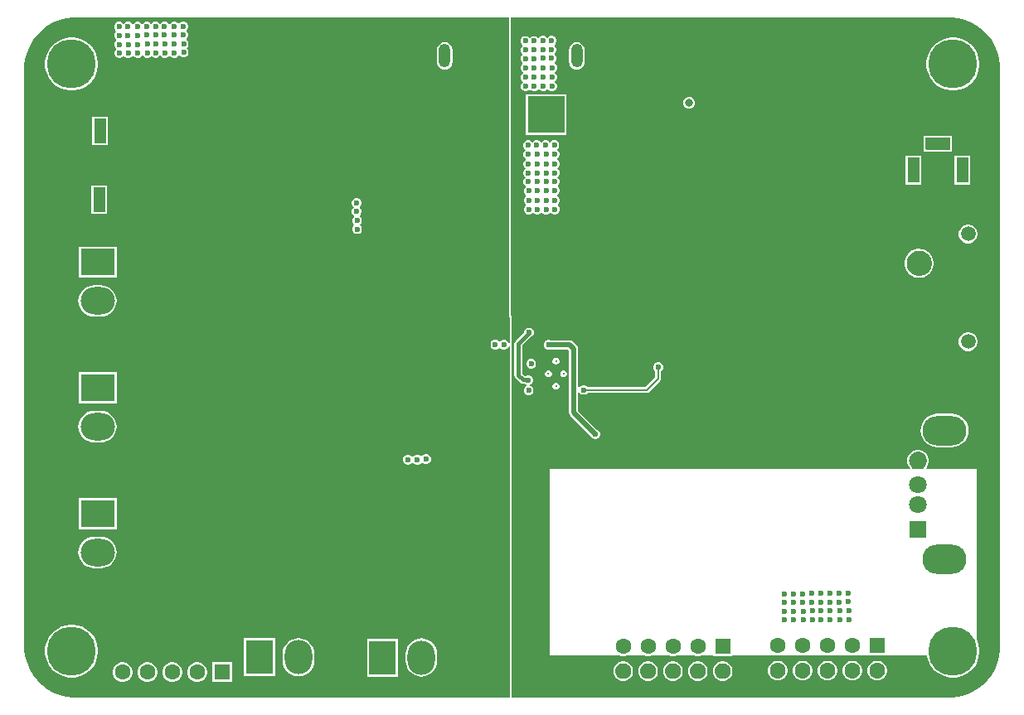
<source format=gbr>
%TF.GenerationSoftware,Altium Limited,Altium Designer,22.5.1 (42)*%
G04 Layer_Physical_Order=3*
G04 Layer_Color=16440176*
%FSLAX44Y44*%
%MOMM*%
%TF.SameCoordinates,B102F14A-A54C-4FC6-BF91-0F17097562DF*%
%TF.FilePolarity,Positive*%
%TF.FileFunction,Copper,L3,Inr,Signal*%
%TF.Part,Single*%
G01*
G75*
%TA.AperFunction,Conductor*%
%ADD30C,0.3810*%
%TA.AperFunction,ComponentPad*%
%ADD32C,2.5500*%
%ADD33C,1.5080*%
%ADD34C,0.3000*%
%ADD35O,3.5000X2.8000*%
%ADD36R,3.5000X2.8000*%
%ADD37R,2.5000X1.2000*%
%ADD38R,1.2000X2.5000*%
%ADD39C,1.6000*%
%ADD40R,1.6000X1.6000*%
%ADD41C,1.8000*%
%ADD42R,1.8000X1.8000*%
%ADD43O,4.5000X3.0000*%
%ADD44C,3.7160*%
%ADD45R,3.7160X3.7160*%
%ADD46O,1.2000X2.4000*%
%ADD47C,5.0000*%
%ADD48O,2.8000X3.5000*%
%ADD49R,2.8000X3.5000*%
%TA.AperFunction,ViaPad*%
%ADD50C,0.6000*%
%ADD51C,0.8000*%
%TA.AperFunction,Conductor*%
%ADD52C,0.5000*%
%ADD53C,0.2000*%
G36*
X-3289Y43161D02*
Y42961D01*
X-3250Y42763D01*
X-3250Y42562D01*
X-3191Y42420D01*
X-3179Y42361D01*
X-3161Y42318D01*
X-3134Y42180D01*
X-3123Y42164D01*
X-3123Y42163D01*
X-3079Y42058D01*
X-3063Y41979D01*
X-2952Y41812D01*
X-2875Y41626D01*
X-2733Y41485D01*
X-2621Y41318D01*
X-2454Y41206D01*
X-2312Y41064D01*
X-2289Y41055D01*
Y14732D01*
X-3559Y14480D01*
X-4178Y15974D01*
X-5585Y17381D01*
X-7422Y18142D01*
X-9412D01*
X-11249Y17381D01*
X-11837Y16793D01*
X-12918Y16229D01*
X-13497Y16793D01*
X-14335Y17631D01*
X-16172Y18392D01*
X-18161D01*
X-19999Y17631D01*
X-21406Y16224D01*
X-22167Y14386D01*
Y12397D01*
X-21406Y10560D01*
X-19999Y9153D01*
X-18161Y8392D01*
X-16172D01*
X-14335Y9153D01*
X-13747Y9741D01*
X-12666Y10304D01*
X-12087Y9741D01*
X-11249Y8903D01*
X-9412Y8142D01*
X-7422D01*
X-5585Y8903D01*
X-4178Y10310D01*
X-3559Y11804D01*
X-2289Y11551D01*
Y-347881D01*
X-448641D01*
X-455524Y-346975D01*
X-462230Y-345178D01*
X-468644Y-342521D01*
X-474657Y-339050D01*
X-480164Y-334824D01*
X-485074Y-329914D01*
X-489300Y-324407D01*
X-492771Y-318395D01*
X-495428Y-311980D01*
X-497225Y-305274D01*
X-498131Y-298391D01*
Y-294920D01*
Y294920D01*
Y298391D01*
X-497225Y305274D01*
X-495428Y311980D01*
X-492771Y318394D01*
X-489300Y324407D01*
X-485074Y329914D01*
X-480164Y334824D01*
X-474657Y339050D01*
X-468644Y342521D01*
X-462230Y345178D01*
X-455524Y346975D01*
X-448641Y347881D01*
X-445170D01*
X-3289Y347881D01*
Y43161D01*
D02*
G37*
G36*
X448641Y347881D02*
X455524Y346975D01*
X462230Y345178D01*
X468644Y342521D01*
X474657Y339050D01*
X480164Y334824D01*
X485074Y329914D01*
X489300Y324407D01*
X492771Y318394D01*
X495428Y311980D01*
X497225Y305274D01*
X498131Y298391D01*
Y294920D01*
Y42760D01*
X498131Y-294920D01*
X498131Y-298391D01*
X497225Y-305274D01*
X495428Y-311980D01*
X492771Y-318394D01*
X489300Y-324407D01*
X485074Y-329915D01*
X480164Y-334824D01*
X474657Y-339050D01*
X468644Y-342521D01*
X462230Y-345178D01*
X455524Y-346975D01*
X448641Y-347881D01*
X-250D01*
Y42760D01*
X-1179D01*
X-1179Y42760D01*
X-1195Y42838D01*
X-1239Y42944D01*
X-1250Y42961D01*
Y43161D01*
Y347881D01*
X445170Y347881D01*
X448641Y347881D01*
D02*
G37*
%LPC*%
G36*
X-334755Y343500D02*
X-336744D01*
X-338582Y342739D01*
X-339813Y341508D01*
X-340266Y341347D01*
X-341334Y341405D01*
X-342418Y342489D01*
X-344255Y343250D01*
X-346245D01*
X-348082Y342489D01*
X-349489Y341082D01*
X-349490Y341079D01*
X-350760D01*
X-350761Y341082D01*
X-352168Y342489D01*
X-354005Y343250D01*
X-355994D01*
X-357832Y342489D01*
X-358813Y341508D01*
X-359625Y341219D01*
X-360437Y341508D01*
X-361418Y342489D01*
X-363255Y343250D01*
X-365244D01*
X-367082Y342489D01*
X-367795Y341776D01*
X-368625Y341180D01*
X-369455Y341776D01*
X-370168Y342489D01*
X-372005Y343250D01*
X-373994D01*
X-375832Y342489D01*
X-377063Y341258D01*
X-377516Y341097D01*
X-378583Y341155D01*
X-379668Y342239D01*
X-381505Y343000D01*
X-383494D01*
X-385332Y342239D01*
X-386739Y340832D01*
X-386740Y340829D01*
X-388010D01*
X-388011Y340832D01*
X-389418Y342239D01*
X-391255Y343000D01*
X-393245D01*
X-395082Y342239D01*
X-396063Y341258D01*
X-396875Y340970D01*
X-397687Y341258D01*
X-398668Y342239D01*
X-400505Y343000D01*
X-402495D01*
X-404332Y342239D01*
X-405739Y340832D01*
X-406500Y338995D01*
Y337005D01*
X-405739Y335168D01*
X-405026Y334455D01*
X-404430Y333625D01*
X-405026Y332795D01*
X-405739Y332082D01*
X-406500Y330245D01*
Y328256D01*
X-405739Y326418D01*
X-404651Y325330D01*
X-404374Y324799D01*
X-404581Y323740D01*
X-405489Y322832D01*
X-406250Y320995D01*
Y319005D01*
X-405489Y317168D01*
X-404776Y316455D01*
X-404180Y315625D01*
X-404776Y314795D01*
X-405489Y314082D01*
X-406250Y312245D01*
Y310255D01*
X-405489Y308418D01*
X-404082Y307011D01*
X-402244Y306250D01*
X-400255D01*
X-398418Y307011D01*
X-397437Y307992D01*
X-396625Y308281D01*
X-395813Y307992D01*
X-394832Y307011D01*
X-392994Y306250D01*
X-391005D01*
X-389168Y307011D01*
X-387761Y308418D01*
X-387760Y308421D01*
X-386490D01*
X-386489Y308418D01*
X-385082Y307011D01*
X-383245Y306250D01*
X-381255D01*
X-379418Y307011D01*
X-378187Y308242D01*
X-377734Y308403D01*
X-376666Y308345D01*
X-375582Y307261D01*
X-373745Y306500D01*
X-371755D01*
X-369918Y307261D01*
X-369205Y307974D01*
X-368375Y308570D01*
X-367545Y307974D01*
X-366832Y307261D01*
X-364995Y306500D01*
X-363005D01*
X-361168Y307261D01*
X-360187Y308242D01*
X-359375Y308530D01*
X-358563Y308242D01*
X-357582Y307261D01*
X-355745Y306500D01*
X-353755D01*
X-351918Y307261D01*
X-350511Y308668D01*
X-350510Y308671D01*
X-349240D01*
X-349239Y308668D01*
X-347832Y307261D01*
X-345994Y306500D01*
X-344005D01*
X-342168Y307261D01*
X-340937Y308492D01*
X-340484Y308653D01*
X-339416Y308595D01*
X-338332Y307511D01*
X-336494Y306750D01*
X-334505D01*
X-332668Y307511D01*
X-331261Y308918D01*
X-330500Y310755D01*
Y312745D01*
X-331261Y314582D01*
X-331974Y315295D01*
X-332570Y316125D01*
X-331974Y316955D01*
X-331261Y317668D01*
X-330500Y319505D01*
Y321494D01*
X-331261Y323332D01*
X-332349Y324420D01*
X-332626Y324952D01*
X-332419Y326010D01*
X-331511Y326918D01*
X-330750Y328755D01*
Y330745D01*
X-331511Y332582D01*
X-332224Y333295D01*
X-332820Y334125D01*
X-332224Y334955D01*
X-331511Y335668D01*
X-330750Y337505D01*
Y339495D01*
X-331511Y341332D01*
X-332918Y342739D01*
X-334755Y343500D01*
D02*
G37*
G36*
X-69000Y322319D02*
X-71088Y322044D01*
X-73035Y321238D01*
X-74706Y319956D01*
X-75988Y318284D01*
X-76794Y316338D01*
X-77069Y314250D01*
Y302250D01*
X-76794Y300162D01*
X-75988Y298216D01*
X-74706Y296544D01*
X-73035Y295262D01*
X-71088Y294456D01*
X-69000Y294181D01*
X-66912Y294456D01*
X-64966Y295262D01*
X-63294Y296544D01*
X-62012Y298216D01*
X-61206Y300162D01*
X-60931Y302250D01*
Y314250D01*
X-61206Y316338D01*
X-62012Y318284D01*
X-63294Y319956D01*
X-64966Y321238D01*
X-66912Y322044D01*
X-69000Y322319D01*
D02*
G37*
G36*
X-447875Y327000D02*
X-452125D01*
X-456323Y326335D01*
X-460364Y325022D01*
X-464151Y323092D01*
X-467589Y320594D01*
X-470594Y317589D01*
X-473092Y314151D01*
X-475022Y310364D01*
X-476335Y306322D01*
X-477000Y302125D01*
Y297875D01*
X-476335Y293678D01*
X-475022Y289636D01*
X-473092Y285849D01*
X-470594Y282411D01*
X-467589Y279406D01*
X-464151Y276908D01*
X-460364Y274978D01*
X-456323Y273665D01*
X-452125Y273000D01*
X-447875D01*
X-443677Y273665D01*
X-439636Y274978D01*
X-435849Y276908D01*
X-432411Y279406D01*
X-429406Y282411D01*
X-426908Y285849D01*
X-424978Y289636D01*
X-423665Y293678D01*
X-423000Y297875D01*
Y302125D01*
X-423665Y306322D01*
X-424978Y310364D01*
X-426908Y314151D01*
X-429406Y317589D01*
X-432411Y320594D01*
X-435849Y323092D01*
X-439636Y325022D01*
X-443677Y326335D01*
X-447875Y327000D01*
D02*
G37*
G36*
X-413000Y246250D02*
X-429000D01*
Y217250D01*
X-413000D01*
Y246250D01*
D02*
G37*
G36*
X-413750Y176000D02*
X-429750D01*
Y147000D01*
X-413750D01*
Y176000D01*
D02*
G37*
G36*
X-157755Y163000D02*
X-159745D01*
X-161582Y162239D01*
X-162989Y160832D01*
X-163750Y158995D01*
Y157005D01*
X-162989Y155168D01*
X-162276Y154455D01*
X-161680Y153625D01*
X-162276Y152795D01*
X-162989Y152082D01*
X-163750Y150245D01*
Y148255D01*
X-162989Y146418D01*
X-161901Y145330D01*
X-161624Y144798D01*
X-161831Y143740D01*
X-162739Y142832D01*
X-163500Y140995D01*
Y139005D01*
X-162739Y137168D01*
X-162026Y136455D01*
X-161430Y135625D01*
X-162026Y134795D01*
X-162739Y134082D01*
X-163500Y132245D01*
Y130255D01*
X-162739Y128418D01*
X-161332Y127011D01*
X-159495Y126250D01*
X-157505D01*
X-155668Y127011D01*
X-154261Y128418D01*
X-153500Y130255D01*
Y132245D01*
X-154261Y134082D01*
X-154974Y134795D01*
X-155570Y135625D01*
X-154974Y136455D01*
X-154261Y137168D01*
X-153500Y139005D01*
Y140995D01*
X-154261Y142832D01*
X-155349Y143920D01*
X-155626Y144452D01*
X-155419Y145510D01*
X-154511Y146418D01*
X-153750Y148255D01*
Y150245D01*
X-154511Y152082D01*
X-155224Y152795D01*
X-155820Y153625D01*
X-155224Y154455D01*
X-154511Y155168D01*
X-153750Y157005D01*
Y158995D01*
X-154511Y160832D01*
X-155918Y162239D01*
X-157755Y163000D01*
D02*
G37*
G36*
X-404000Y113500D02*
X-443000D01*
Y81500D01*
X-404000D01*
Y113500D01*
D02*
G37*
G36*
X-420000Y73977D02*
X-427000D01*
X-430136Y73668D01*
X-433153Y72754D01*
X-435932Y71268D01*
X-438368Y69268D01*
X-440368Y66832D01*
X-441854Y64053D01*
X-442769Y61037D01*
X-443077Y57900D01*
X-442769Y54763D01*
X-441854Y51747D01*
X-440368Y48968D01*
X-438368Y46532D01*
X-435932Y44532D01*
X-433153Y43046D01*
X-430136Y42132D01*
X-427000Y41823D01*
X-420000D01*
X-416864Y42132D01*
X-413847Y43046D01*
X-411068Y44532D01*
X-408632Y46532D01*
X-406632Y48968D01*
X-405146Y51747D01*
X-404231Y54763D01*
X-403923Y57900D01*
X-404231Y61037D01*
X-405146Y64053D01*
X-406632Y66832D01*
X-408632Y69268D01*
X-411068Y71268D01*
X-413847Y72754D01*
X-416864Y73668D01*
X-420000Y73977D01*
D02*
G37*
G36*
X-404000Y-15000D02*
X-443000D01*
Y-47000D01*
X-404000D01*
Y-15000D01*
D02*
G37*
G36*
X-420000Y-54523D02*
X-427000D01*
X-430136Y-54832D01*
X-433153Y-55746D01*
X-435932Y-57232D01*
X-438368Y-59232D01*
X-440368Y-61668D01*
X-441854Y-64447D01*
X-442769Y-67463D01*
X-443077Y-70600D01*
X-442769Y-73737D01*
X-441854Y-76753D01*
X-440368Y-79532D01*
X-438368Y-81968D01*
X-435932Y-83968D01*
X-433153Y-85454D01*
X-430136Y-86369D01*
X-427000Y-86677D01*
X-420000D01*
X-416864Y-86369D01*
X-413847Y-85454D01*
X-411068Y-83968D01*
X-408632Y-81968D01*
X-406632Y-79532D01*
X-405146Y-76753D01*
X-404231Y-73737D01*
X-403923Y-70600D01*
X-404231Y-67463D01*
X-405146Y-64447D01*
X-406632Y-61668D01*
X-408632Y-59232D01*
X-411068Y-57232D01*
X-413847Y-55746D01*
X-416864Y-54832D01*
X-420000Y-54523D01*
D02*
G37*
G36*
X-87005Y-99000D02*
X-88995D01*
X-90832Y-99761D01*
X-91670Y-100599D01*
X-92249Y-101162D01*
X-93330Y-100599D01*
X-93918Y-100011D01*
X-95755Y-99250D01*
X-97745D01*
X-99582Y-100011D01*
X-100989Y-101418D01*
X-100990Y-101421D01*
X-102260D01*
X-102261Y-101418D01*
X-103668Y-100011D01*
X-105505Y-99250D01*
X-107495D01*
X-109332Y-100011D01*
X-110739Y-101418D01*
X-111500Y-103255D01*
Y-105245D01*
X-110739Y-107082D01*
X-109332Y-108489D01*
X-107495Y-109250D01*
X-105505D01*
X-103668Y-108489D01*
X-102261Y-107082D01*
X-102260Y-107079D01*
X-100990D01*
X-100989Y-107082D01*
X-99582Y-108489D01*
X-97745Y-109250D01*
X-95755D01*
X-93918Y-108489D01*
X-93080Y-107651D01*
X-92501Y-107088D01*
X-91420Y-107651D01*
X-90832Y-108239D01*
X-88995Y-109000D01*
X-87005D01*
X-85168Y-108239D01*
X-83761Y-106832D01*
X-83000Y-104995D01*
Y-103005D01*
X-83761Y-101168D01*
X-85168Y-99761D01*
X-87005Y-99000D01*
D02*
G37*
G36*
X-404000Y-143500D02*
X-443000D01*
Y-175500D01*
X-404000D01*
Y-143500D01*
D02*
G37*
G36*
X-420000Y-183023D02*
X-427000D01*
X-430136Y-183332D01*
X-433153Y-184246D01*
X-435932Y-185732D01*
X-438368Y-187731D01*
X-440368Y-190168D01*
X-441854Y-192947D01*
X-442769Y-195963D01*
X-443077Y-199100D01*
X-442769Y-202236D01*
X-441854Y-205252D01*
X-440368Y-208032D01*
X-438368Y-210468D01*
X-435932Y-212468D01*
X-433153Y-213954D01*
X-430136Y-214869D01*
X-427000Y-215177D01*
X-420000D01*
X-416864Y-214869D01*
X-413847Y-213954D01*
X-411068Y-212468D01*
X-408632Y-210468D01*
X-406632Y-208032D01*
X-405146Y-205252D01*
X-404231Y-202236D01*
X-403923Y-199100D01*
X-404231Y-195963D01*
X-405146Y-192947D01*
X-406632Y-190168D01*
X-408632Y-187731D01*
X-411068Y-185732D01*
X-413847Y-184246D01*
X-416864Y-183332D01*
X-420000Y-183023D01*
D02*
G37*
G36*
X-241850Y-286750D02*
X-273850D01*
Y-325750D01*
X-241850D01*
Y-286750D01*
D02*
G37*
G36*
X-218250Y-286673D02*
X-221387Y-286982D01*
X-224403Y-287896D01*
X-227182Y-289382D01*
X-229618Y-291382D01*
X-231618Y-293818D01*
X-233104Y-296597D01*
X-234018Y-299613D01*
X-234327Y-302750D01*
Y-309750D01*
X-234018Y-312887D01*
X-233104Y-315903D01*
X-231618Y-318682D01*
X-229618Y-321119D01*
X-227182Y-323118D01*
X-224403Y-324604D01*
X-221387Y-325518D01*
X-218250Y-325827D01*
X-215114Y-325518D01*
X-212097Y-324604D01*
X-209318Y-323118D01*
X-206882Y-321119D01*
X-204882Y-318682D01*
X-203396Y-315903D01*
X-202481Y-312887D01*
X-202173Y-309750D01*
Y-302750D01*
X-202481Y-299613D01*
X-203396Y-296597D01*
X-204882Y-293818D01*
X-206882Y-291382D01*
X-209318Y-289382D01*
X-212097Y-287896D01*
X-215114Y-286982D01*
X-218250Y-286673D01*
D02*
G37*
G36*
X-116350Y-287000D02*
X-148350D01*
Y-326000D01*
X-116350D01*
Y-287000D01*
D02*
G37*
G36*
X-92750Y-286923D02*
X-95886Y-287232D01*
X-98903Y-288146D01*
X-101682Y-289632D01*
X-104118Y-291632D01*
X-106118Y-294068D01*
X-107604Y-296847D01*
X-108518Y-299863D01*
X-108827Y-303000D01*
Y-310000D01*
X-108518Y-313137D01*
X-107604Y-316153D01*
X-106118Y-318932D01*
X-104118Y-321368D01*
X-101682Y-323368D01*
X-98903Y-324854D01*
X-95886Y-325769D01*
X-92750Y-326077D01*
X-89614Y-325769D01*
X-86597Y-324854D01*
X-83818Y-323368D01*
X-81382Y-321368D01*
X-79382Y-318932D01*
X-77896Y-316153D01*
X-76982Y-313137D01*
X-76673Y-310000D01*
Y-303000D01*
X-76982Y-299863D01*
X-77896Y-296847D01*
X-79382Y-294068D01*
X-81382Y-291632D01*
X-83818Y-289632D01*
X-86597Y-288146D01*
X-89614Y-287232D01*
X-92750Y-286923D01*
D02*
G37*
G36*
X-447875Y-273000D02*
X-452125D01*
X-456323Y-273665D01*
X-460364Y-274978D01*
X-464151Y-276908D01*
X-467589Y-279406D01*
X-470594Y-282411D01*
X-473092Y-285849D01*
X-475022Y-289636D01*
X-476335Y-293678D01*
X-477000Y-297875D01*
Y-302125D01*
X-476335Y-306322D01*
X-475022Y-310364D01*
X-473092Y-314151D01*
X-470594Y-317589D01*
X-467589Y-320594D01*
X-464151Y-323092D01*
X-460364Y-325022D01*
X-456323Y-326335D01*
X-452125Y-327000D01*
X-447875D01*
X-443677Y-326335D01*
X-439636Y-325022D01*
X-435849Y-323092D01*
X-432411Y-320594D01*
X-429406Y-317589D01*
X-426908Y-314151D01*
X-424978Y-310364D01*
X-423665Y-306322D01*
X-423000Y-302125D01*
Y-297875D01*
X-423665Y-293678D01*
X-424978Y-289636D01*
X-426908Y-285849D01*
X-429406Y-282411D01*
X-432411Y-279406D01*
X-435849Y-276908D01*
X-439636Y-274978D01*
X-443677Y-273665D01*
X-447875Y-273000D01*
D02*
G37*
G36*
X-396483Y-311500D02*
X-399117D01*
X-401660Y-312181D01*
X-403940Y-313498D01*
X-405802Y-315360D01*
X-407118Y-317640D01*
X-407800Y-320183D01*
Y-322817D01*
X-407118Y-325360D01*
X-405802Y-327640D01*
X-403940Y-329502D01*
X-401660Y-330818D01*
X-399117Y-331500D01*
X-396483D01*
X-393940Y-330818D01*
X-391660Y-329502D01*
X-389798Y-327640D01*
X-388481Y-325360D01*
X-387800Y-322817D01*
Y-320183D01*
X-388481Y-317640D01*
X-389798Y-315360D01*
X-391660Y-313498D01*
X-393940Y-312181D01*
X-396483Y-311500D01*
D02*
G37*
G36*
X-286200Y-311500D02*
X-306200D01*
Y-331500D01*
X-286200D01*
Y-311500D01*
D02*
G37*
G36*
X-320283D02*
X-322916D01*
X-325460Y-312181D01*
X-327740Y-313498D01*
X-329602Y-315360D01*
X-330919Y-317640D01*
X-331600Y-320183D01*
Y-322817D01*
X-330919Y-325360D01*
X-329602Y-327640D01*
X-327740Y-329502D01*
X-325460Y-330818D01*
X-322916Y-331500D01*
X-320283D01*
X-317740Y-330818D01*
X-315460Y-329502D01*
X-313598Y-327640D01*
X-312281Y-325360D01*
X-311600Y-322817D01*
Y-320183D01*
X-312281Y-317640D01*
X-313598Y-315360D01*
X-315460Y-313498D01*
X-317740Y-312181D01*
X-320283Y-311500D01*
D02*
G37*
G36*
X-345683D02*
X-348316D01*
X-350860Y-312181D01*
X-353140Y-313498D01*
X-355002Y-315360D01*
X-356319Y-317640D01*
X-357000Y-320183D01*
Y-322817D01*
X-356319Y-325360D01*
X-355002Y-327640D01*
X-353140Y-329502D01*
X-350860Y-330818D01*
X-348316Y-331500D01*
X-345683D01*
X-343140Y-330818D01*
X-340860Y-329502D01*
X-338998Y-327640D01*
X-337682Y-325360D01*
X-337000Y-322817D01*
Y-320183D01*
X-337682Y-317640D01*
X-338998Y-315360D01*
X-340860Y-313498D01*
X-343140Y-312181D01*
X-345683Y-311500D01*
D02*
G37*
G36*
X-371083D02*
X-373717D01*
X-376260Y-312181D01*
X-378540Y-313498D01*
X-380402Y-315360D01*
X-381718Y-317640D01*
X-382400Y-320183D01*
Y-322817D01*
X-381718Y-325360D01*
X-380402Y-327640D01*
X-378540Y-329502D01*
X-376260Y-330818D01*
X-373717Y-331500D01*
X-371083D01*
X-368540Y-330818D01*
X-366260Y-329502D01*
X-364398Y-327640D01*
X-363082Y-325360D01*
X-362400Y-322817D01*
Y-320183D01*
X-363082Y-317640D01*
X-364398Y-315360D01*
X-366260Y-313498D01*
X-368540Y-312181D01*
X-371083Y-311500D01*
D02*
G37*
G36*
X41245Y328750D02*
X39255D01*
X37418Y327989D01*
X36705Y327276D01*
X35875Y326680D01*
X35045Y327276D01*
X34332Y327989D01*
X32495Y328750D01*
X30505D01*
X28668Y327989D01*
X27580Y326901D01*
X27048Y326624D01*
X25990Y326831D01*
X25082Y327739D01*
X23245Y328500D01*
X21255D01*
X19418Y327739D01*
X18705Y327026D01*
X17875Y326430D01*
X17045Y327026D01*
X16332Y327739D01*
X14495Y328500D01*
X12505D01*
X10668Y327739D01*
X9261Y326332D01*
X8500Y324495D01*
Y322505D01*
X9261Y320668D01*
X10242Y319687D01*
X10531Y318875D01*
X10242Y318063D01*
X9261Y317082D01*
X8500Y315245D01*
Y313255D01*
X9261Y311418D01*
X9974Y310705D01*
X10570Y309875D01*
X9974Y309045D01*
X9261Y308332D01*
X8500Y306495D01*
Y304505D01*
X9261Y302668D01*
X10492Y301437D01*
X10653Y300984D01*
X10595Y299916D01*
X9511Y298832D01*
X8750Y296995D01*
Y295005D01*
X9511Y293168D01*
X10918Y291761D01*
X10921Y291760D01*
Y290490D01*
X10918Y290489D01*
X9511Y289082D01*
X8750Y287245D01*
Y285255D01*
X9511Y283418D01*
X10492Y282437D01*
X10780Y281625D01*
X10492Y280813D01*
X9511Y279832D01*
X8750Y277994D01*
Y276005D01*
X9511Y274168D01*
X10918Y272761D01*
X12755Y272000D01*
X14744D01*
X16582Y272761D01*
X17295Y273474D01*
X18125Y274070D01*
X18955Y273474D01*
X19668Y272761D01*
X21505Y272000D01*
X23495D01*
X25332Y272761D01*
X26420Y273849D01*
X26951Y274126D01*
X28010Y273919D01*
X28918Y273011D01*
X30755Y272250D01*
X32745D01*
X34582Y273011D01*
X35295Y273724D01*
X36125Y274320D01*
X36955Y273724D01*
X37668Y273011D01*
X39505Y272250D01*
X41495D01*
X43332Y273011D01*
X44739Y274418D01*
X45500Y276255D01*
Y278245D01*
X44739Y280082D01*
X43758Y281063D01*
X43470Y281875D01*
X43758Y282687D01*
X44739Y283668D01*
X45500Y285505D01*
Y287495D01*
X44739Y289332D01*
X43332Y290739D01*
X43329Y290740D01*
Y292010D01*
X43332Y292011D01*
X44739Y293418D01*
X45500Y295255D01*
Y297245D01*
X44739Y299082D01*
X43508Y300313D01*
X43347Y300766D01*
X43405Y301833D01*
X44489Y302918D01*
X45250Y304755D01*
Y306745D01*
X44489Y308582D01*
X43776Y309295D01*
X43180Y310125D01*
X43776Y310955D01*
X44489Y311668D01*
X45250Y313505D01*
Y315495D01*
X44489Y317332D01*
X43508Y318313D01*
X43219Y319125D01*
X43508Y319937D01*
X44489Y320918D01*
X45250Y322756D01*
Y324745D01*
X44489Y326582D01*
X43082Y327989D01*
X41245Y328750D01*
D02*
G37*
G36*
X66000Y322319D02*
X63912Y322044D01*
X61965Y321238D01*
X60294Y319956D01*
X59012Y318284D01*
X58206Y316338D01*
X57931Y314250D01*
Y302250D01*
X58206Y300162D01*
X59012Y298216D01*
X60294Y296544D01*
X61965Y295262D01*
X63912Y294456D01*
X66000Y294181D01*
X68088Y294456D01*
X70034Y295262D01*
X71706Y296544D01*
X72988Y298216D01*
X73794Y300162D01*
X74069Y302250D01*
Y314250D01*
X73794Y316338D01*
X72988Y318284D01*
X71706Y319956D01*
X70034Y321238D01*
X68088Y322044D01*
X66000Y322319D01*
D02*
G37*
G36*
X452125Y327000D02*
X447875D01*
X443677Y326335D01*
X439636Y325022D01*
X435849Y323092D01*
X432411Y320594D01*
X429406Y317589D01*
X426908Y314151D01*
X424978Y310364D01*
X423665Y306322D01*
X423000Y302125D01*
Y297875D01*
X423665Y293678D01*
X424978Y289636D01*
X426908Y285849D01*
X429406Y282411D01*
X432411Y279406D01*
X435849Y276908D01*
X439636Y274978D01*
X443677Y273665D01*
X447875Y273000D01*
X452125D01*
X456323Y273665D01*
X460364Y274978D01*
X464151Y276908D01*
X467589Y279406D01*
X470594Y282411D01*
X473092Y285849D01*
X475022Y289636D01*
X476335Y293678D01*
X477000Y297875D01*
Y302125D01*
X476335Y306322D01*
X475022Y310364D01*
X473092Y314151D01*
X470594Y317589D01*
X467589Y320594D01*
X464151Y323092D01*
X460364Y325022D01*
X456323Y326335D01*
X452125Y327000D01*
D02*
G37*
G36*
X181943Y266250D02*
X179557D01*
X177351Y265337D01*
X175664Y263649D01*
X174750Y261444D01*
Y259056D01*
X175664Y256851D01*
X177351Y255163D01*
X179557Y254250D01*
X181943D01*
X184149Y255163D01*
X185837Y256851D01*
X186750Y259056D01*
Y261444D01*
X185837Y263649D01*
X184149Y265337D01*
X181943Y266250D01*
D02*
G37*
G36*
X55080Y268830D02*
X13920D01*
Y227670D01*
X55080D01*
Y268830D01*
D02*
G37*
G36*
X43995Y222250D02*
X42006D01*
X40168Y221489D01*
X39455Y220776D01*
X38625Y220180D01*
X37795Y220776D01*
X37082Y221489D01*
X35245Y222250D01*
X33256D01*
X31418Y221489D01*
X30330Y220401D01*
X29799Y220124D01*
X28740Y220331D01*
X27832Y221239D01*
X25995Y222000D01*
X24005D01*
X22168Y221239D01*
X21455Y220526D01*
X20625Y219930D01*
X19795Y220526D01*
X19082Y221239D01*
X17245Y222000D01*
X15255D01*
X13418Y221239D01*
X12011Y219832D01*
X11250Y217995D01*
Y216005D01*
X12011Y214168D01*
X13242Y212937D01*
X13403Y212484D01*
X13345Y211416D01*
X12261Y210332D01*
X11500Y208495D01*
Y206505D01*
X12261Y204668D01*
X13668Y203261D01*
X13671Y203260D01*
Y201990D01*
X13668Y201989D01*
X12261Y200582D01*
X11500Y198745D01*
Y196755D01*
X12261Y194918D01*
X13242Y193937D01*
X13530Y193125D01*
X13242Y192313D01*
X12261Y191332D01*
X11500Y189494D01*
Y187505D01*
X12261Y185668D01*
X12974Y184955D01*
X13570Y184125D01*
X12974Y183295D01*
X12261Y182582D01*
X11500Y180744D01*
Y178755D01*
X12261Y176918D01*
X13492Y175687D01*
X13653Y175234D01*
X13595Y174167D01*
X12511Y173082D01*
X11750Y171245D01*
Y169255D01*
X12511Y167418D01*
X13918Y166011D01*
X13921Y166010D01*
Y164740D01*
X13918Y164739D01*
X12511Y163332D01*
X11750Y161495D01*
Y159505D01*
X12511Y157668D01*
X13492Y156687D01*
X13780Y155875D01*
X13492Y155063D01*
X12511Y154082D01*
X11750Y152245D01*
Y150255D01*
X12511Y148418D01*
X13918Y147011D01*
X15755Y146250D01*
X17744D01*
X19582Y147011D01*
X20295Y147724D01*
X21125Y148320D01*
X21955Y147724D01*
X22668Y147011D01*
X24505Y146250D01*
X26495D01*
X28332Y147011D01*
X29420Y148099D01*
X29952Y148376D01*
X31010Y148169D01*
X31918Y147261D01*
X33755Y146500D01*
X35745D01*
X37582Y147261D01*
X38295Y147974D01*
X39125Y148570D01*
X39955Y147974D01*
X40668Y147261D01*
X42505Y146500D01*
X44495D01*
X46332Y147261D01*
X47739Y148668D01*
X48500Y150505D01*
Y152494D01*
X47739Y154332D01*
X46758Y155313D01*
X46469Y156125D01*
X46758Y156937D01*
X47739Y157918D01*
X48500Y159755D01*
Y161745D01*
X47739Y163582D01*
X46332Y164989D01*
X46329Y164990D01*
Y166260D01*
X46332Y166261D01*
X47739Y167668D01*
X48500Y169505D01*
Y171495D01*
X47739Y173332D01*
X46508Y174563D01*
X46347Y175016D01*
X46405Y176084D01*
X47489Y177168D01*
X48250Y179005D01*
Y180995D01*
X47489Y182832D01*
X46776Y183545D01*
X46180Y184375D01*
X46776Y185205D01*
X47489Y185918D01*
X48250Y187755D01*
Y189745D01*
X47489Y191582D01*
X46508Y192563D01*
X46220Y193375D01*
X46508Y194187D01*
X47489Y195168D01*
X48250Y197005D01*
Y198995D01*
X47489Y200832D01*
X46082Y202239D01*
X46079Y202240D01*
Y203510D01*
X46082Y203511D01*
X47489Y204918D01*
X48250Y206755D01*
Y208745D01*
X47489Y210582D01*
X46258Y211813D01*
X46097Y212266D01*
X46155Y213333D01*
X47239Y214418D01*
X48000Y216255D01*
Y218245D01*
X47239Y220082D01*
X45832Y221489D01*
X43995Y222250D01*
D02*
G37*
G36*
X449250Y226500D02*
X420250D01*
Y210500D01*
X449250D01*
Y226500D01*
D02*
G37*
G36*
X467750Y206000D02*
X451750D01*
Y203961D01*
Y179039D01*
Y177000D01*
X467750D01*
Y206000D01*
D02*
G37*
G36*
X417750D02*
X401750D01*
Y177000D01*
X417750D01*
Y206000D01*
D02*
G37*
G36*
X466756Y135790D02*
X464244D01*
X461818Y135140D01*
X459642Y133884D01*
X457866Y132108D01*
X456610Y129932D01*
X455960Y127506D01*
Y124994D01*
X456610Y122568D01*
X457866Y120392D01*
X459642Y118616D01*
X461818Y117360D01*
X464244Y116710D01*
X466756D01*
X469182Y117360D01*
X471358Y118616D01*
X473134Y120392D01*
X474390Y122568D01*
X475040Y124994D01*
Y127506D01*
X474390Y129932D01*
X473134Y132108D01*
X471358Y133884D01*
X469182Y135140D01*
X466756Y135790D01*
D02*
G37*
G36*
X416953Y111000D02*
X414047D01*
X411198Y110433D01*
X408513Y109321D01*
X406097Y107707D01*
X404043Y105653D01*
X403931Y105485D01*
X403931Y105485D01*
X402429Y103237D01*
X401317Y100552D01*
X400750Y97703D01*
Y94797D01*
X401317Y91948D01*
X402429Y89263D01*
X404043Y86847D01*
X406097Y84793D01*
X406264Y84681D01*
X406265Y84681D01*
X408513Y83179D01*
X411198Y82067D01*
X414047Y81500D01*
X416953D01*
X419802Y82067D01*
X422487Y83179D01*
X424903Y84793D01*
X426957Y86847D01*
X427069Y87015D01*
X427069Y87015D01*
X428571Y89263D01*
X429683Y91948D01*
X430250Y94797D01*
Y97703D01*
X429683Y100552D01*
X428571Y103237D01*
X426957Y105653D01*
X424903Y107707D01*
X424735Y107819D01*
X424735Y107819D01*
X422487Y109321D01*
X419802Y110433D01*
X417150Y110961D01*
X416953Y111000D01*
D02*
G37*
G36*
X466756Y25790D02*
X464244D01*
X461818Y25140D01*
X459642Y23884D01*
X457866Y22108D01*
X456610Y19932D01*
X455960Y17506D01*
Y14994D01*
X456610Y12568D01*
X457866Y10392D01*
X459642Y8616D01*
X461818Y7360D01*
X464244Y6710D01*
X466756D01*
X469182Y7360D01*
X471358Y8616D01*
X473134Y10392D01*
X474390Y12568D01*
X475040Y14994D01*
Y17506D01*
X474390Y19932D01*
X473134Y22108D01*
X471358Y23884D01*
X469182Y25140D01*
X466756Y25790D01*
D02*
G37*
G36*
X45446Y-250D02*
X44054D01*
X42767Y-783D01*
X41783Y-1767D01*
X41250Y-3054D01*
Y-4446D01*
X41783Y-5733D01*
X42767Y-6717D01*
X44054Y-7250D01*
X45446D01*
X46733Y-6717D01*
X47717Y-5733D01*
X48250Y-4446D01*
Y-3054D01*
X47717Y-1767D01*
X46733Y-783D01*
X45446Y-250D01*
D02*
G37*
G36*
X20290Y-1366D02*
X18301D01*
X16463Y-2127D01*
X15057Y-3534D01*
X14296Y-5371D01*
Y-7361D01*
X15057Y-9198D01*
X16463Y-10605D01*
X18301Y-11366D01*
X20290D01*
X22128Y-10605D01*
X23535Y-9198D01*
X24296Y-7361D01*
Y-5371D01*
X23535Y-3534D01*
X22128Y-2127D01*
X20290Y-1366D01*
D02*
G37*
G36*
X53196Y-13000D02*
X51804D01*
X50517Y-13533D01*
X49533Y-14517D01*
X49000Y-15804D01*
Y-17196D01*
X49533Y-18483D01*
X50517Y-19467D01*
X51804Y-20000D01*
X53196D01*
X54483Y-19467D01*
X55467Y-18483D01*
X56000Y-17196D01*
Y-15804D01*
X55467Y-14517D01*
X54483Y-13533D01*
X53196Y-13000D01*
D02*
G37*
G36*
X37696D02*
X36304D01*
X35017Y-13533D01*
X34033Y-14517D01*
X33500Y-15804D01*
Y-17196D01*
X34033Y-18483D01*
X35017Y-19467D01*
X36304Y-20000D01*
X37696D01*
X38983Y-19467D01*
X39967Y-18483D01*
X40500Y-17196D01*
Y-15804D01*
X39967Y-14517D01*
X38983Y-13533D01*
X37696Y-13000D01*
D02*
G37*
G36*
X45446Y-25750D02*
X44054D01*
X42767Y-26283D01*
X41783Y-27267D01*
X41250Y-28554D01*
Y-29946D01*
X41783Y-31233D01*
X42767Y-32217D01*
X44054Y-32750D01*
X45446D01*
X46733Y-32217D01*
X47717Y-31233D01*
X48250Y-29946D01*
Y-28554D01*
X47717Y-27267D01*
X46733Y-26283D01*
X45446Y-25750D01*
D02*
G37*
G36*
X38245Y18000D02*
X36255D01*
X34418Y17239D01*
X33011Y15832D01*
X32250Y13995D01*
Y12005D01*
X33011Y10168D01*
X34418Y8761D01*
X36255Y8000D01*
X38245D01*
X39239Y8412D01*
X57099D01*
X58162Y7350D01*
Y-56500D01*
X58511Y-58256D01*
X59506Y-59744D01*
X80099Y-80338D01*
X80511Y-81332D01*
X81918Y-82739D01*
X83755Y-83500D01*
X85745D01*
X87582Y-82739D01*
X88989Y-81332D01*
X89750Y-79495D01*
Y-77505D01*
X88989Y-75668D01*
X87582Y-74261D01*
X86588Y-73849D01*
X67338Y-54599D01*
Y-35715D01*
X68608Y-35463D01*
X68761Y-35832D01*
X70168Y-37239D01*
X72005Y-38000D01*
X73995D01*
X75832Y-37239D01*
X77012Y-36059D01*
X137500D01*
X137500Y-36059D01*
X138671Y-35826D01*
X139663Y-35163D01*
X151163Y-23663D01*
X151163Y-23663D01*
X151826Y-22671D01*
X152059Y-21500D01*
X152059Y-21500D01*
Y-14012D01*
X153239Y-12832D01*
X154000Y-10995D01*
Y-9005D01*
X153239Y-7168D01*
X151832Y-5761D01*
X149995Y-5000D01*
X148005D01*
X146168Y-5761D01*
X144761Y-7168D01*
X144000Y-9005D01*
Y-10995D01*
X144761Y-12832D01*
X145941Y-14012D01*
Y-20233D01*
X136233Y-29941D01*
X77012D01*
X75832Y-28761D01*
X73995Y-28000D01*
X72005D01*
X70168Y-28761D01*
X68761Y-30168D01*
X68608Y-30537D01*
X67338Y-30285D01*
Y9250D01*
X66989Y11006D01*
X65994Y12494D01*
X62244Y16244D01*
X60756Y17239D01*
X59000Y17588D01*
X39239D01*
X38245Y18000D01*
D02*
G37*
G36*
X17995Y30500D02*
X16005D01*
X14168Y29739D01*
X12761Y28332D01*
X12000Y26495D01*
Y25538D01*
X3435Y16973D01*
X2572Y15681D01*
X2269Y14157D01*
Y-17967D01*
X2572Y-19491D01*
X3435Y-20783D01*
X8091Y-25439D01*
X9383Y-26302D01*
X10906Y-26605D01*
X12685D01*
X13362Y-27281D01*
X14672Y-27824D01*
Y-29199D01*
X13918Y-29511D01*
X12511Y-30918D01*
X11750Y-32755D01*
Y-34745D01*
X12511Y-36582D01*
X13918Y-37989D01*
X15755Y-38750D01*
X17745D01*
X19582Y-37989D01*
X20989Y-36582D01*
X21750Y-34745D01*
Y-32755D01*
X20989Y-30918D01*
X19582Y-29511D01*
X18272Y-28968D01*
Y-27594D01*
X19026Y-27281D01*
X20433Y-25875D01*
X21194Y-24037D01*
Y-22048D01*
X20433Y-20210D01*
X19026Y-18804D01*
X17188Y-18043D01*
X15199D01*
X13752Y-18642D01*
X12555D01*
X10231Y-16318D01*
Y12508D01*
X18385Y20662D01*
X19832Y21261D01*
X21239Y22668D01*
X22000Y24505D01*
Y26495D01*
X21239Y28332D01*
X19832Y29739D01*
X17995Y30500D01*
D02*
G37*
G36*
X449000Y-57518D02*
X434000D01*
X430667Y-57846D01*
X427463Y-58818D01*
X424510Y-60397D01*
X421921Y-62521D01*
X419797Y-65110D01*
X418218Y-68063D01*
X417246Y-71267D01*
X416918Y-74600D01*
X417246Y-77933D01*
X418218Y-81137D01*
X419797Y-84090D01*
X421921Y-86679D01*
X424510Y-88803D01*
X427463Y-90382D01*
X430667Y-91354D01*
X434000Y-91682D01*
X449000D01*
X452333Y-91354D01*
X455537Y-90382D01*
X458490Y-88803D01*
X461079Y-86679D01*
X463203Y-84090D01*
X464782Y-81137D01*
X465754Y-77933D01*
X466082Y-74600D01*
X465754Y-71267D01*
X464782Y-68063D01*
X463203Y-65110D01*
X461079Y-62521D01*
X458490Y-60397D01*
X455537Y-58818D01*
X452333Y-57846D01*
X449000Y-57518D01*
D02*
G37*
G36*
X415848Y-94300D02*
X412952D01*
X410154Y-95050D01*
X407646Y-96498D01*
X405598Y-98546D01*
X404150Y-101054D01*
X403400Y-103852D01*
Y-106748D01*
X404150Y-109546D01*
X405598Y-112054D01*
X406478Y-112934D01*
X405952Y-114204D01*
X38500D01*
Y-304000D01*
X108889D01*
X109440Y-304319D01*
X111983Y-305000D01*
X114616D01*
X117160Y-304319D01*
X117711Y-304000D01*
X134289D01*
X134840Y-304319D01*
X137383Y-305000D01*
X140016D01*
X142560Y-304319D01*
X143111Y-304000D01*
X159689D01*
X160240Y-304319D01*
X162784Y-305000D01*
X165417D01*
X167960Y-304319D01*
X168512Y-304000D01*
X185089D01*
X185640Y-304319D01*
X188183Y-305000D01*
X190816D01*
X193360Y-304319D01*
X193911Y-304000D01*
X204900D01*
Y-305000D01*
X224900D01*
Y-304000D01*
X267917D01*
X269783Y-304500D01*
X272416D01*
X274282Y-304000D01*
X293318D01*
X295184Y-304500D01*
X297817D01*
X299682Y-304000D01*
X318717D01*
X320583Y-304500D01*
X323217D01*
X325082Y-304000D01*
X344118D01*
X345984Y-304500D01*
X348616D01*
X350482Y-304000D01*
X362700D01*
Y-304500D01*
X382700D01*
Y-304000D01*
X423297D01*
X423665Y-306322D01*
X424978Y-310364D01*
X426908Y-314151D01*
X429406Y-317589D01*
X432411Y-320594D01*
X435849Y-323092D01*
X439636Y-325022D01*
X443677Y-326335D01*
X447875Y-327000D01*
X452125D01*
X456323Y-326335D01*
X460364Y-325022D01*
X464151Y-323092D01*
X467589Y-320594D01*
X470594Y-317589D01*
X473092Y-314151D01*
X475022Y-310364D01*
X476335Y-306322D01*
X477000Y-302125D01*
Y-297875D01*
X476335Y-293678D01*
X475022Y-289636D01*
X474500Y-288611D01*
Y-114204D01*
X422848D01*
X422322Y-112934D01*
X423202Y-112054D01*
X424650Y-109546D01*
X425400Y-106748D01*
Y-103852D01*
X424650Y-101054D01*
X423202Y-98546D01*
X421154Y-96498D01*
X418646Y-95050D01*
X415848Y-94300D01*
D02*
G37*
G36*
X374016Y-309900D02*
X371384D01*
X368840Y-310581D01*
X366560Y-311898D01*
X364698Y-313760D01*
X363382Y-316040D01*
X362700Y-318584D01*
Y-321217D01*
X363382Y-323760D01*
X364698Y-326040D01*
X366560Y-327902D01*
X368840Y-329218D01*
X371384Y-329900D01*
X374016D01*
X376560Y-329218D01*
X378840Y-327902D01*
X380702Y-326040D01*
X382019Y-323760D01*
X382700Y-321217D01*
Y-318584D01*
X382019Y-316040D01*
X380702Y-313760D01*
X378840Y-311898D01*
X376560Y-310581D01*
X374016Y-309900D01*
D02*
G37*
G36*
X348616D02*
X345984D01*
X343440Y-310581D01*
X341160Y-311898D01*
X339298Y-313760D01*
X337981Y-316040D01*
X337300Y-318584D01*
Y-321217D01*
X337981Y-323760D01*
X339298Y-326040D01*
X341160Y-327902D01*
X343440Y-329218D01*
X345984Y-329900D01*
X348616D01*
X351160Y-329218D01*
X353440Y-327902D01*
X355302Y-326040D01*
X356618Y-323760D01*
X357300Y-321217D01*
Y-318584D01*
X356618Y-316040D01*
X355302Y-313760D01*
X353440Y-311898D01*
X351160Y-310581D01*
X348616Y-309900D01*
D02*
G37*
G36*
X323217D02*
X320583D01*
X318040Y-310581D01*
X315760Y-311898D01*
X313898Y-313760D01*
X312582Y-316040D01*
X311900Y-318584D01*
Y-321217D01*
X312582Y-323760D01*
X313898Y-326040D01*
X315760Y-327902D01*
X318040Y-329218D01*
X320583Y-329900D01*
X323217D01*
X325760Y-329218D01*
X328040Y-327902D01*
X329902Y-326040D01*
X331218Y-323760D01*
X331900Y-321217D01*
Y-318584D01*
X331218Y-316040D01*
X329902Y-313760D01*
X328040Y-311898D01*
X325760Y-310581D01*
X323217Y-309900D01*
D02*
G37*
G36*
X297817D02*
X295184D01*
X292640Y-310581D01*
X290360Y-311898D01*
X288498Y-313760D01*
X287181Y-316040D01*
X286500Y-318584D01*
Y-321217D01*
X287181Y-323760D01*
X288498Y-326040D01*
X290360Y-327902D01*
X292640Y-329218D01*
X295184Y-329900D01*
X297817D01*
X300360Y-329218D01*
X302640Y-327902D01*
X304502Y-326040D01*
X305819Y-323760D01*
X306500Y-321217D01*
Y-318584D01*
X305819Y-316040D01*
X304502Y-313760D01*
X302640Y-311898D01*
X300360Y-310581D01*
X297817Y-309900D01*
D02*
G37*
G36*
X272416D02*
X269783D01*
X267240Y-310581D01*
X264960Y-311898D01*
X263098Y-313760D01*
X261782Y-316040D01*
X261100Y-318584D01*
Y-321217D01*
X261782Y-323760D01*
X263098Y-326040D01*
X264960Y-327902D01*
X267240Y-329218D01*
X269783Y-329900D01*
X272416D01*
X274960Y-329218D01*
X277240Y-327902D01*
X279102Y-326040D01*
X280418Y-323760D01*
X281100Y-321217D01*
Y-318584D01*
X280418Y-316040D01*
X279102Y-313760D01*
X277240Y-311898D01*
X274960Y-310581D01*
X272416Y-309900D01*
D02*
G37*
G36*
X216217Y-310400D02*
X213584D01*
X211040Y-311082D01*
X208760Y-312398D01*
X206898Y-314260D01*
X205581Y-316540D01*
X204900Y-319083D01*
Y-321716D01*
X205581Y-324260D01*
X206898Y-326540D01*
X208760Y-328402D01*
X211040Y-329719D01*
X213584Y-330400D01*
X216217D01*
X218760Y-329719D01*
X221040Y-328402D01*
X222902Y-326540D01*
X224219Y-324260D01*
X224900Y-321716D01*
Y-319083D01*
X224219Y-316540D01*
X222902Y-314260D01*
X221040Y-312398D01*
X218760Y-311082D01*
X216217Y-310400D01*
D02*
G37*
G36*
X190816D02*
X188183D01*
X185640Y-311082D01*
X183360Y-312398D01*
X181498Y-314260D01*
X180182Y-316540D01*
X179500Y-319083D01*
Y-321716D01*
X180182Y-324260D01*
X181498Y-326540D01*
X183360Y-328402D01*
X185640Y-329719D01*
X188183Y-330400D01*
X190816D01*
X193360Y-329719D01*
X195640Y-328402D01*
X197502Y-326540D01*
X198818Y-324260D01*
X199500Y-321716D01*
Y-319083D01*
X198818Y-316540D01*
X197502Y-314260D01*
X195640Y-312398D01*
X193360Y-311082D01*
X190816Y-310400D01*
D02*
G37*
G36*
X165417D02*
X162784D01*
X160240Y-311082D01*
X157960Y-312398D01*
X156098Y-314260D01*
X154782Y-316540D01*
X154100Y-319083D01*
Y-321716D01*
X154782Y-324260D01*
X156098Y-326540D01*
X157960Y-328402D01*
X160240Y-329719D01*
X162784Y-330400D01*
X165417D01*
X167960Y-329719D01*
X170240Y-328402D01*
X172102Y-326540D01*
X173419Y-324260D01*
X174100Y-321716D01*
Y-319083D01*
X173419Y-316540D01*
X172102Y-314260D01*
X170240Y-312398D01*
X167960Y-311082D01*
X165417Y-310400D01*
D02*
G37*
G36*
X140016D02*
X137383D01*
X134840Y-311082D01*
X132560Y-312398D01*
X130698Y-314260D01*
X129382Y-316540D01*
X128700Y-319083D01*
Y-321716D01*
X129382Y-324260D01*
X130698Y-326540D01*
X132560Y-328402D01*
X134840Y-329719D01*
X137383Y-330400D01*
X140016D01*
X142560Y-329719D01*
X144840Y-328402D01*
X146702Y-326540D01*
X148019Y-324260D01*
X148700Y-321716D01*
Y-319083D01*
X148019Y-316540D01*
X146702Y-314260D01*
X144840Y-312398D01*
X142560Y-311082D01*
X140016Y-310400D01*
D02*
G37*
G36*
X114616D02*
X111983D01*
X109440Y-311082D01*
X107160Y-312398D01*
X105298Y-314260D01*
X103982Y-316540D01*
X103300Y-319083D01*
Y-321716D01*
X103982Y-324260D01*
X105298Y-326540D01*
X107160Y-328402D01*
X109440Y-329719D01*
X111983Y-330400D01*
X114616D01*
X117160Y-329719D01*
X119440Y-328402D01*
X121302Y-326540D01*
X122619Y-324260D01*
X123300Y-321716D01*
Y-319083D01*
X122619Y-316540D01*
X121302Y-314260D01*
X119440Y-312398D01*
X117160Y-311082D01*
X114616Y-310400D01*
D02*
G37*
%LPD*%
G36*
X447211Y212539D02*
X422289D01*
Y224461D01*
X447211D01*
Y212539D01*
D02*
G37*
G36*
X465711Y179039D02*
X453789D01*
Y203961D01*
X465711D01*
Y179039D01*
D02*
G37*
G36*
X416752Y108961D02*
X419207Y108472D01*
X421521Y107514D01*
X423603Y106123D01*
X423603Y106123D01*
X425373Y104353D01*
X426764Y102271D01*
X427722Y99958D01*
X428211Y97502D01*
Y94998D01*
X427722Y92542D01*
X426764Y90229D01*
X425373Y88147D01*
X425373Y88147D01*
X423603Y86377D01*
X421521Y84986D01*
X419207Y84028D01*
X416752Y83539D01*
X414248D01*
X411792Y84028D01*
X409479Y84986D01*
X407397Y86377D01*
X407397Y86377D01*
X405627Y88147D01*
X404236Y90229D01*
X403278Y92542D01*
X402789Y94998D01*
Y97502D01*
X403278Y99958D01*
X404236Y102271D01*
X405627Y104353D01*
X405627Y104353D01*
X407397Y106123D01*
X409479Y107514D01*
X411792Y108472D01*
X414248Y108961D01*
X416752D01*
X416752D01*
D02*
G37*
G36*
X417859Y-96950D02*
X419902Y-98130D01*
X421571Y-99798D01*
X422750Y-101841D01*
X423361Y-104120D01*
Y-106480D01*
X422750Y-108759D01*
X421570Y-110802D01*
X420880Y-111492D01*
X420438Y-112154D01*
X420283Y-112934D01*
X419354Y-114204D01*
X409446D01*
X408517Y-112934D01*
X408362Y-112154D01*
X407920Y-111492D01*
X407230Y-110802D01*
X406050Y-108759D01*
X405439Y-106480D01*
Y-104120D01*
X406050Y-101841D01*
X407230Y-99798D01*
X408898Y-98130D01*
X410941Y-96950D01*
X413220Y-96339D01*
X415580D01*
X417859Y-96950D01*
D02*
G37*
G36*
X375773Y-312482D02*
X377588Y-313530D01*
X379070Y-315012D01*
X380118Y-316827D01*
X380661Y-318852D01*
Y-320948D01*
X380118Y-322973D01*
X379070Y-324788D01*
X377588Y-326270D01*
X375773Y-327318D01*
X373748Y-327861D01*
X371652D01*
X369627Y-327318D01*
X367812Y-326270D01*
X366330Y-324788D01*
X365282Y-322973D01*
X364739Y-320948D01*
Y-318852D01*
X365282Y-316827D01*
X366330Y-315012D01*
X367812Y-313530D01*
X369627Y-312482D01*
X371652Y-311939D01*
X373748D01*
X375773Y-312482D01*
D02*
G37*
G36*
X350373D02*
X352188Y-313530D01*
X353670Y-315012D01*
X354718Y-316827D01*
X355261Y-318852D01*
Y-320948D01*
X354718Y-322973D01*
X353670Y-324788D01*
X352188Y-326270D01*
X350373Y-327318D01*
X348348Y-327861D01*
X346252D01*
X344227Y-327318D01*
X342412Y-326270D01*
X340930Y-324788D01*
X339882Y-322973D01*
X339339Y-320948D01*
Y-318852D01*
X339882Y-316827D01*
X340930Y-315012D01*
X342412Y-313530D01*
X344227Y-312482D01*
X346252Y-311939D01*
X348348D01*
X350373Y-312482D01*
D02*
G37*
G36*
X324973D02*
X326788Y-313530D01*
X328270Y-315012D01*
X329318Y-316827D01*
X329861Y-318852D01*
Y-320948D01*
X329318Y-322973D01*
X328270Y-324788D01*
X326788Y-326270D01*
X324973Y-327318D01*
X322948Y-327861D01*
X320852D01*
X318827Y-327318D01*
X317012Y-326270D01*
X315530Y-324788D01*
X314482Y-322973D01*
X313939Y-320948D01*
Y-318852D01*
X314482Y-316827D01*
X315530Y-315012D01*
X317012Y-313530D01*
X318827Y-312482D01*
X320852Y-311939D01*
X322948D01*
X324973Y-312482D01*
D02*
G37*
G36*
X299573D02*
X301388Y-313530D01*
X302870Y-315012D01*
X303918Y-316827D01*
X304461Y-318852D01*
Y-320948D01*
X303918Y-322973D01*
X302870Y-324788D01*
X301388Y-326270D01*
X299573Y-327318D01*
X297548Y-327861D01*
X295452D01*
X293427Y-327318D01*
X291612Y-326270D01*
X290130Y-324788D01*
X289082Y-322973D01*
X288539Y-320948D01*
Y-318852D01*
X289082Y-316827D01*
X290130Y-315012D01*
X291612Y-313530D01*
X293427Y-312482D01*
X295452Y-311939D01*
X297548D01*
X299573Y-312482D01*
D02*
G37*
G36*
X274173D02*
X275988Y-313530D01*
X277470Y-315012D01*
X278518Y-316827D01*
X279061Y-318852D01*
Y-320948D01*
X278518Y-322973D01*
X277470Y-324788D01*
X275988Y-326270D01*
X274173Y-327318D01*
X272148Y-327861D01*
X270052D01*
X268027Y-327318D01*
X266212Y-326270D01*
X264730Y-324788D01*
X263682Y-322973D01*
X263139Y-320948D01*
Y-318852D01*
X263682Y-316827D01*
X264730Y-315012D01*
X266212Y-313530D01*
X268027Y-312482D01*
X270052Y-311939D01*
X272148D01*
X274173Y-312482D01*
D02*
G37*
G36*
X217973Y-312982D02*
X219788Y-314030D01*
X221270Y-315512D01*
X222318Y-317327D01*
X222861Y-319352D01*
Y-321448D01*
X222318Y-323473D01*
X221270Y-325288D01*
X219788Y-326770D01*
X217973Y-327818D01*
X215948Y-328361D01*
X213852D01*
X211827Y-327818D01*
X210012Y-326770D01*
X208530Y-325288D01*
X207482Y-323473D01*
X206939Y-321448D01*
Y-319352D01*
X207482Y-317327D01*
X208530Y-315512D01*
X210012Y-314030D01*
X211827Y-312982D01*
X213852Y-312439D01*
X215948D01*
X217973Y-312982D01*
D02*
G37*
G36*
X192573D02*
X194388Y-314030D01*
X195870Y-315512D01*
X196918Y-317327D01*
X197461Y-319352D01*
Y-321448D01*
X196918Y-323473D01*
X195870Y-325288D01*
X194388Y-326770D01*
X192573Y-327818D01*
X190548Y-328361D01*
X188452D01*
X186427Y-327818D01*
X184612Y-326770D01*
X183130Y-325288D01*
X182082Y-323473D01*
X181539Y-321448D01*
Y-319352D01*
X182082Y-317327D01*
X183130Y-315512D01*
X184612Y-314030D01*
X186427Y-312982D01*
X188452Y-312439D01*
X190548D01*
X192573Y-312982D01*
D02*
G37*
G36*
X167173D02*
X168988Y-314030D01*
X170470Y-315512D01*
X171518Y-317327D01*
X172061Y-319352D01*
Y-321448D01*
X171518Y-323473D01*
X170470Y-325288D01*
X168988Y-326770D01*
X167173Y-327818D01*
X165148Y-328361D01*
X163052D01*
X161027Y-327818D01*
X159212Y-326770D01*
X157730Y-325288D01*
X156682Y-323473D01*
X156139Y-321448D01*
Y-319352D01*
X156682Y-317327D01*
X157730Y-315512D01*
X159212Y-314030D01*
X161027Y-312982D01*
X163052Y-312439D01*
X165148D01*
X167173Y-312982D01*
D02*
G37*
G36*
X141773D02*
X143588Y-314030D01*
X145070Y-315512D01*
X146118Y-317327D01*
X146661Y-319352D01*
Y-321448D01*
X146118Y-323473D01*
X145070Y-325288D01*
X143588Y-326770D01*
X141773Y-327818D01*
X139748Y-328361D01*
X137652D01*
X135627Y-327818D01*
X133812Y-326770D01*
X132330Y-325288D01*
X131282Y-323473D01*
X130739Y-321448D01*
Y-319352D01*
X131282Y-317327D01*
X132330Y-315512D01*
X133812Y-314030D01*
X135627Y-312982D01*
X137652Y-312439D01*
X139748D01*
X141773Y-312982D01*
D02*
G37*
G36*
X116373D02*
X118188Y-314030D01*
X119670Y-315512D01*
X120718Y-317327D01*
X121261Y-319352D01*
Y-321448D01*
X120718Y-323473D01*
X119670Y-325288D01*
X118188Y-326770D01*
X116373Y-327818D01*
X114348Y-328361D01*
X112252D01*
X110227Y-327818D01*
X108412Y-326770D01*
X106930Y-325288D01*
X105882Y-323473D01*
X105339Y-321448D01*
Y-319352D01*
X105882Y-317327D01*
X106930Y-315512D01*
X108412Y-314030D01*
X110227Y-312982D01*
X112252Y-312439D01*
X114348D01*
X116373Y-312982D01*
D02*
G37*
D30*
X10906Y-22624D02*
X15775D01*
X16194Y-23043D01*
X6250Y-17967D02*
X10906Y-22624D01*
X6250Y-17967D02*
Y14157D01*
X17000Y24907D01*
Y25500D01*
D32*
X415500Y46250D02*
D03*
Y96250D02*
D03*
D33*
X465500Y16250D02*
D03*
Y126250D02*
D03*
D34*
X44750Y-3750D02*
D03*
Y-29250D02*
D03*
X37000Y-16500D02*
D03*
X52500D02*
D03*
D35*
X-423500Y-238700D02*
D03*
Y-199100D02*
D03*
Y18300D02*
D03*
Y57900D02*
D03*
Y-110200D02*
D03*
Y-70600D02*
D03*
D36*
Y-159500D02*
D03*
Y97500D02*
D03*
Y-31000D02*
D03*
D37*
X-446750Y134500D02*
D03*
X-446000Y204750D02*
D03*
X434750Y218500D02*
D03*
D38*
X-471750Y161500D02*
D03*
X-421750D02*
D03*
X-471000Y231750D02*
D03*
X-421000D02*
D03*
X459750Y191500D02*
D03*
X409750D02*
D03*
D39*
X113300Y-320400D02*
D03*
Y-295000D02*
D03*
X164100Y-320400D02*
D03*
Y-295000D02*
D03*
X214900Y-320400D02*
D03*
X189500D02*
D03*
Y-295000D02*
D03*
X138700D02*
D03*
Y-320400D02*
D03*
X296500Y-319900D02*
D03*
Y-294500D02*
D03*
X347300D02*
D03*
Y-319900D02*
D03*
X372700D02*
D03*
X321900Y-294500D02*
D03*
Y-319900D02*
D03*
X271100Y-294500D02*
D03*
Y-319900D02*
D03*
X-397800Y-321500D02*
D03*
X-347000Y-321500D02*
D03*
X-321600D02*
D03*
X-372400D02*
D03*
D40*
X214900Y-295000D02*
D03*
X372700Y-294500D02*
D03*
X-296200Y-321500D02*
D03*
D41*
X414400Y-130300D02*
D03*
X414400Y-105300D02*
D03*
X414400Y-150300D02*
D03*
D42*
Y-175300D02*
D03*
D43*
X441500Y-206000D02*
D03*
Y-74600D02*
D03*
D44*
X-37500Y248250D02*
D03*
D45*
X34500D02*
D03*
D46*
X-69000Y308250D02*
D03*
X66000D02*
D03*
D47*
X-450000Y300000D02*
D03*
X450000D02*
D03*
X-450000Y-300000D02*
D03*
X450000D02*
D03*
D48*
X-218250Y-306250D02*
D03*
X-178650D02*
D03*
X-92750Y-306500D02*
D03*
X-53150D02*
D03*
D49*
X-257850Y-306250D02*
D03*
X-132350Y-306500D02*
D03*
D50*
X-288500Y-108750D02*
D03*
X-38250Y-243250D02*
D03*
X-29500D02*
D03*
X-47500Y-243500D02*
D03*
X-56250D02*
D03*
X-38250Y-234000D02*
D03*
X-29500D02*
D03*
X-47500Y-234250D02*
D03*
X-56250D02*
D03*
X-38250Y-224250D02*
D03*
X-29500D02*
D03*
X-47500Y-224500D02*
D03*
X-56250D02*
D03*
X-38500Y-214750D02*
D03*
X-29750D02*
D03*
X-47750Y-215000D02*
D03*
X-56500D02*
D03*
X-56250Y-252250D02*
D03*
X-47500D02*
D03*
X-29500Y-252000D02*
D03*
X-38250D02*
D03*
X-56000Y-261750D02*
D03*
X-47250D02*
D03*
X-29250Y-261500D02*
D03*
X-38000D02*
D03*
X-56000Y-271500D02*
D03*
X-47250D02*
D03*
X-29250Y-271250D02*
D03*
X-38000D02*
D03*
X-56000Y-280750D02*
D03*
X-47250D02*
D03*
X-29250Y-280500D02*
D03*
X-38000D02*
D03*
X-325500Y-29250D02*
D03*
Y-38000D02*
D03*
X-325750Y-20000D02*
D03*
Y-11250D02*
D03*
X-316250Y-29250D02*
D03*
Y-38000D02*
D03*
X-316500Y-20000D02*
D03*
Y-11250D02*
D03*
X-306500Y-29250D02*
D03*
Y-38000D02*
D03*
X-306750Y-20000D02*
D03*
Y-11250D02*
D03*
X-297000Y-29000D02*
D03*
Y-37750D02*
D03*
X-297250Y-19750D02*
D03*
Y-11000D02*
D03*
X-334500Y-11250D02*
D03*
Y-20000D02*
D03*
X-334250Y-38000D02*
D03*
Y-29250D02*
D03*
X-344000Y-11500D02*
D03*
Y-20250D02*
D03*
X-343750Y-38250D02*
D03*
Y-29500D02*
D03*
X-353750Y-11500D02*
D03*
Y-20250D02*
D03*
X-353500Y-38250D02*
D03*
Y-29500D02*
D03*
X-363000Y-11500D02*
D03*
Y-20250D02*
D03*
X-362750Y-38250D02*
D03*
Y-29500D02*
D03*
X43000Y217250D02*
D03*
X16250Y217000D02*
D03*
X25000D02*
D03*
X34250Y217250D02*
D03*
X16500Y207500D02*
D03*
X25250D02*
D03*
X43250Y207750D02*
D03*
X34500D02*
D03*
X16500Y197750D02*
D03*
X25250D02*
D03*
X43250Y198000D02*
D03*
X34500D02*
D03*
Y180000D02*
D03*
X43250D02*
D03*
X25250Y179750D02*
D03*
X43250Y188750D02*
D03*
X16500Y179750D02*
D03*
X34750Y170500D02*
D03*
X43500D02*
D03*
X25500Y170250D02*
D03*
X16750D02*
D03*
X16500Y188500D02*
D03*
X25250D02*
D03*
X34500Y188750D02*
D03*
X25500Y151250D02*
D03*
X34750Y151500D02*
D03*
X43500D02*
D03*
X16750Y151250D02*
D03*
X34750Y160750D02*
D03*
X43500D02*
D03*
X25500Y160500D02*
D03*
X16750D02*
D03*
X-26000Y105750D02*
D03*
Y97000D02*
D03*
X-16250Y105750D02*
D03*
Y97000D02*
D03*
X84750Y-78500D02*
D03*
X31750Y277250D02*
D03*
X40500D02*
D03*
X22500Y277000D02*
D03*
X13750D02*
D03*
X31750Y286500D02*
D03*
X40500D02*
D03*
X22500Y286250D02*
D03*
X13750D02*
D03*
X31750Y296250D02*
D03*
X40500D02*
D03*
X22500Y296000D02*
D03*
X13750D02*
D03*
X31500Y305750D02*
D03*
X40250D02*
D03*
X22250Y305500D02*
D03*
X13500D02*
D03*
Y323500D02*
D03*
X22250D02*
D03*
X40250Y323750D02*
D03*
X31500D02*
D03*
X13500Y314250D02*
D03*
X22250D02*
D03*
X40250Y314500D02*
D03*
X31500D02*
D03*
X-335500Y311750D02*
D03*
X-354750Y311500D02*
D03*
X-364000D02*
D03*
X-401250Y311250D02*
D03*
X-345000Y311500D02*
D03*
X-372750D02*
D03*
X-382250Y311250D02*
D03*
X-392000D02*
D03*
X-355000Y329500D02*
D03*
X-354750Y320250D02*
D03*
X-345000D02*
D03*
X-335500Y320500D02*
D03*
X-345250Y329500D02*
D03*
X-335750Y329750D02*
D03*
Y338500D02*
D03*
X-355000Y338250D02*
D03*
X-345250D02*
D03*
X-373000Y329500D02*
D03*
X-392250Y329250D02*
D03*
X-392000Y320000D02*
D03*
X-372750Y320250D02*
D03*
X-392250Y338000D02*
D03*
X-401500Y329250D02*
D03*
X-382500D02*
D03*
Y338000D02*
D03*
X-364250Y329500D02*
D03*
Y338250D02*
D03*
X-373000D02*
D03*
X-401500Y338000D02*
D03*
X-401250Y320000D02*
D03*
X-382250D02*
D03*
X-364000Y320250D02*
D03*
X360750Y18750D02*
D03*
X370500D02*
D03*
X360750Y27500D02*
D03*
X380000Y27750D02*
D03*
Y19000D02*
D03*
X370500Y27500D02*
D03*
X370750Y750D02*
D03*
X361000Y9500D02*
D03*
Y750D02*
D03*
X380250Y9750D02*
D03*
Y1000D02*
D03*
X370750Y9500D02*
D03*
X351750D02*
D03*
X343000Y750D02*
D03*
Y9500D02*
D03*
X342750Y18750D02*
D03*
Y27500D02*
D03*
X351750Y750D02*
D03*
X351500Y27500D02*
D03*
Y18750D02*
D03*
X333500Y500D02*
D03*
X314250Y18500D02*
D03*
X323500D02*
D03*
X333250Y27250D02*
D03*
X314500Y9250D02*
D03*
Y500D02*
D03*
X323750Y9250D02*
D03*
X323500Y27250D02*
D03*
X333250Y18500D02*
D03*
X323750Y500D02*
D03*
X333500Y9250D02*
D03*
X314250Y27250D02*
D03*
X311500Y295000D02*
D03*
Y286250D02*
D03*
X311250Y304250D02*
D03*
Y313000D02*
D03*
X320750Y295000D02*
D03*
Y286250D02*
D03*
X320500Y304250D02*
D03*
Y313000D02*
D03*
X330500Y295000D02*
D03*
Y286250D02*
D03*
X330250Y304250D02*
D03*
Y313000D02*
D03*
X340000Y295250D02*
D03*
Y286500D02*
D03*
X339750Y304500D02*
D03*
Y313250D02*
D03*
X377000Y313500D02*
D03*
Y304750D02*
D03*
X377250Y286750D02*
D03*
Y295500D02*
D03*
X367500Y313250D02*
D03*
Y304500D02*
D03*
X367750Y286500D02*
D03*
Y295250D02*
D03*
X357750Y313250D02*
D03*
Y304500D02*
D03*
X358000Y286500D02*
D03*
Y295250D02*
D03*
X348500Y313250D02*
D03*
Y304500D02*
D03*
X348750Y286500D02*
D03*
Y295250D02*
D03*
X313500Y130250D02*
D03*
Y121500D02*
D03*
X313250Y139500D02*
D03*
Y148250D02*
D03*
X322750Y130250D02*
D03*
Y121500D02*
D03*
X322500Y139500D02*
D03*
Y148250D02*
D03*
X332500Y130250D02*
D03*
Y121500D02*
D03*
X332250Y139500D02*
D03*
Y148250D02*
D03*
X342000Y130500D02*
D03*
Y121750D02*
D03*
X341750Y139750D02*
D03*
Y148500D02*
D03*
X379000Y148750D02*
D03*
Y140000D02*
D03*
X379250Y122000D02*
D03*
Y130750D02*
D03*
X369500Y148500D02*
D03*
Y139750D02*
D03*
X369750Y121750D02*
D03*
Y130500D02*
D03*
X359750Y148500D02*
D03*
Y139750D02*
D03*
X360000Y121750D02*
D03*
Y130500D02*
D03*
X350500Y148500D02*
D03*
Y139750D02*
D03*
X350750Y121750D02*
D03*
Y130500D02*
D03*
X315250Y-259000D02*
D03*
Y-267750D02*
D03*
X315000Y-249750D02*
D03*
Y-241000D02*
D03*
X324500Y-259000D02*
D03*
Y-267750D02*
D03*
X324250Y-249750D02*
D03*
Y-241000D02*
D03*
X334250Y-259000D02*
D03*
Y-267750D02*
D03*
X334000Y-249750D02*
D03*
Y-241000D02*
D03*
X343750Y-258750D02*
D03*
Y-267500D02*
D03*
X343500Y-249500D02*
D03*
Y-240750D02*
D03*
X306250Y-241000D02*
D03*
Y-249750D02*
D03*
X306500Y-267750D02*
D03*
Y-259000D02*
D03*
X296750Y-241250D02*
D03*
Y-250000D02*
D03*
X297000Y-268000D02*
D03*
Y-259250D02*
D03*
X287000Y-241250D02*
D03*
Y-250000D02*
D03*
X287250Y-268000D02*
D03*
Y-259250D02*
D03*
X277750Y-241250D02*
D03*
Y-250000D02*
D03*
X278000Y-268000D02*
D03*
Y-259250D02*
D03*
X37250Y13000D02*
D03*
X149000Y-10000D02*
D03*
X73000Y-33000D02*
D03*
X-88000Y-104000D02*
D03*
X-96750Y-104250D02*
D03*
X-106500D02*
D03*
X16750Y-33750D02*
D03*
X16194Y-23043D02*
D03*
X19296Y-6366D02*
D03*
X-8417Y13142D02*
D03*
X-17167Y13392D02*
D03*
X17000Y25500D02*
D03*
X-158500Y140000D02*
D03*
Y131250D02*
D03*
X-158750Y149250D02*
D03*
Y158000D02*
D03*
D51*
X180750Y260250D02*
D03*
D52*
X62750Y-56500D02*
X84750Y-78500D01*
X62750Y-56500D02*
Y9250D01*
X37250Y13000D02*
X59000D01*
X62750Y9250D01*
D53*
X137500Y-33000D02*
X149000Y-21500D01*
Y-10000D01*
X73000Y-33000D02*
X137500D01*
%TF.MD5,dc393d1192e425d1f485f86dcf34e2ae*%
M02*

</source>
